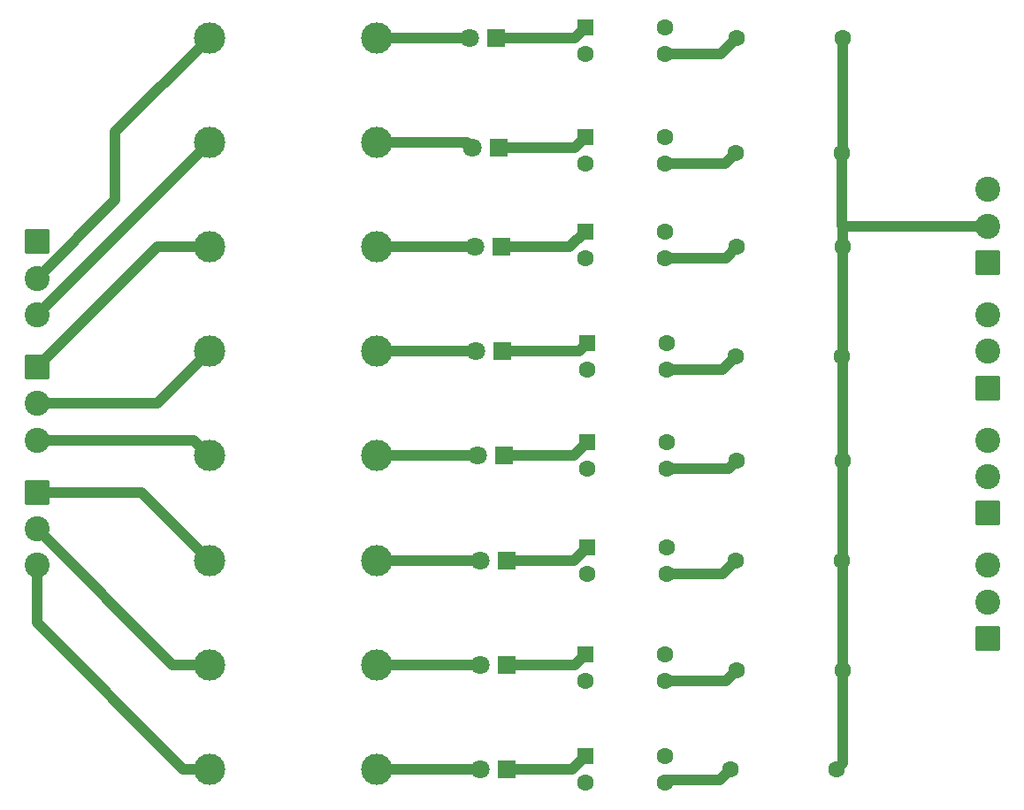
<source format=gbr>
%TF.GenerationSoftware,KiCad,Pcbnew,9.0.4-9.0.4-0~ubuntu24.04.1*%
%TF.CreationDate,2025-09-30T20:45:26-06:00*%
%TF.ProjectId,Interfaz_digital,496e7465-7266-4617-9a5f-646967697461,rev?*%
%TF.SameCoordinates,Original*%
%TF.FileFunction,Copper,L1,Top*%
%TF.FilePolarity,Positive*%
%FSLAX46Y46*%
G04 Gerber Fmt 4.6, Leading zero omitted, Abs format (unit mm)*
G04 Created by KiCad (PCBNEW 9.0.4-9.0.4-0~ubuntu24.04.1) date 2025-09-30 20:45:26*
%MOMM*%
%LPD*%
G01*
G04 APERTURE LIST*
G04 Aperture macros list*
%AMRoundRect*
0 Rectangle with rounded corners*
0 $1 Rounding radius*
0 $2 $3 $4 $5 $6 $7 $8 $9 X,Y pos of 4 corners*
0 Add a 4 corners polygon primitive as box body*
4,1,4,$2,$3,$4,$5,$6,$7,$8,$9,$2,$3,0*
0 Add four circle primitives for the rounded corners*
1,1,$1+$1,$2,$3*
1,1,$1+$1,$4,$5*
1,1,$1+$1,$6,$7*
1,1,$1+$1,$8,$9*
0 Add four rect primitives between the rounded corners*
20,1,$1+$1,$2,$3,$4,$5,0*
20,1,$1+$1,$4,$5,$6,$7,0*
20,1,$1+$1,$6,$7,$8,$9,0*
20,1,$1+$1,$8,$9,$2,$3,0*%
G04 Aperture macros list end*
%TA.AperFunction,ComponentPad*%
%ADD10R,1.800000X1.800000*%
%TD*%
%TA.AperFunction,ComponentPad*%
%ADD11C,1.800000*%
%TD*%
%TA.AperFunction,ComponentPad*%
%ADD12RoundRect,0.250000X-0.550000X-0.550000X0.550000X-0.550000X0.550000X0.550000X-0.550000X0.550000X0*%
%TD*%
%TA.AperFunction,ComponentPad*%
%ADD13C,1.600000*%
%TD*%
%TA.AperFunction,ComponentPad*%
%ADD14C,3.000000*%
%TD*%
%TA.AperFunction,ComponentPad*%
%ADD15RoundRect,0.250001X0.949999X-0.949999X0.949999X0.949999X-0.949999X0.949999X-0.949999X-0.949999X0*%
%TD*%
%TA.AperFunction,ComponentPad*%
%ADD16C,2.400000*%
%TD*%
%TA.AperFunction,ComponentPad*%
%ADD17RoundRect,0.250001X-0.949999X0.949999X-0.949999X-0.949999X0.949999X-0.949999X0.949999X0.949999X0*%
%TD*%
%TA.AperFunction,Conductor*%
%ADD18C,1.000000*%
%TD*%
G04 APERTURE END LIST*
D10*
%TO.P,D7,1,K*%
%TO.N,Net-(D7-K)*%
X172500000Y-115000000D03*
D11*
%TO.P,D7,2,A*%
%TO.N,Net-(D7-A)*%
X169960000Y-115000000D03*
%TD*%
D12*
%TO.P,U4,1*%
%TO.N,Net-(D4-K)*%
X180195000Y-84225000D03*
D13*
%TO.P,U4,2*%
%TO.N,Net-(J0_1-Pin_1)*%
X180195000Y-86765000D03*
%TO.P,U4,3*%
%TO.N,Net-(J9_2-Pin_1)*%
X187815000Y-86765000D03*
%TO.P,U4,4*%
%TO.N,Net-(J9_1-Pin_3)*%
X187815000Y-84225000D03*
%TD*%
D12*
%TO.P,U1,1*%
%TO.N,Net-(D1-K)*%
X180000000Y-53960000D03*
D13*
%TO.P,U1,2*%
%TO.N,Net-(J0_1-Pin_1)*%
X180000000Y-56500000D03*
%TO.P,U1,3*%
%TO.N,Net-(J9_1-Pin_1)*%
X187620000Y-56500000D03*
%TO.P,U1,4*%
%TO.N,Net-(J9_1-Pin_3)*%
X187620000Y-53960000D03*
%TD*%
D10*
%TO.P,D2,1,K*%
%TO.N,Net-(D2-K)*%
X171730000Y-65500000D03*
D11*
%TO.P,D2,2,A*%
%TO.N,Net-(D2-A)*%
X169190000Y-65500000D03*
%TD*%
D13*
%TO.P,R6,1*%
%TO.N,Net-(J9_3-Pin_2)*%
X194420000Y-105000000D03*
%TO.P,R6,2*%
%TO.N,Net-(J9_1-Pin_2)*%
X204580000Y-105000000D03*
%TD*%
D14*
%TO.P,J2-1,1,Pin_1*%
%TO.N,Net-(J0_1-Pin_3)*%
X144000000Y-65000000D03*
%TD*%
%TO.P,J6-1,1,Pin_1*%
%TO.N,Net-(J0_3-Pin_1)*%
X144000000Y-105000000D03*
%TD*%
D13*
%TO.P,R1,1*%
%TO.N,Net-(J9_1-Pin_1)*%
X194500000Y-55000000D03*
%TO.P,R1,2*%
%TO.N,Net-(J9_1-Pin_2)*%
X204660000Y-55000000D03*
%TD*%
D15*
%TO.P,J9_2,1,Pin_1*%
%TO.N,Net-(J9_2-Pin_1)*%
X218500000Y-88500000D03*
D16*
%TO.P,J9_2,2,Pin_2*%
%TO.N,Net-(J9_2-Pin_2)*%
X218500000Y-85000000D03*
%TO.P,J9_2,3,Pin_3*%
%TO.N,Net-(J9_2-Pin_3)*%
X218500000Y-81500000D03*
%TD*%
D14*
%TO.P,J7-1,1,Pin_1*%
%TO.N,Net-(J0_3-Pin_2)*%
X144000000Y-115000000D03*
%TD*%
D10*
%TO.P,D5,1,K*%
%TO.N,Net-(D5-K)*%
X172230000Y-95000000D03*
D11*
%TO.P,D5,2,A*%
%TO.N,Net-(D5-A)*%
X169690000Y-95000000D03*
%TD*%
D15*
%TO.P,J9_4,1,Pin_1*%
%TO.N,unconnected-(J9_4-Pin_1-Pad1)*%
X218500000Y-112500000D03*
D16*
%TO.P,J9_4,2,Pin_2*%
%TO.N,unconnected-(J9_4-Pin_2-Pad2)*%
X218500000Y-109000000D03*
%TO.P,J9_4,3,Pin_3*%
%TO.N,Net-(J9_4-Pin_3)*%
X218500000Y-105500000D03*
%TD*%
D14*
%TO.P,J8-1,1,Pin_1*%
%TO.N,Net-(J0_3-Pin_3)*%
X144000000Y-125000000D03*
%TD*%
D13*
%TO.P,R3,1*%
%TO.N,Net-(J9_2-Pin_2)*%
X194500000Y-75000000D03*
%TO.P,R3,2*%
%TO.N,Net-(J9_1-Pin_2)*%
X204660000Y-75000000D03*
%TD*%
%TO.P,R7,1*%
%TO.N,Net-(J9_3-Pin_1)*%
X194500000Y-115500000D03*
%TO.P,R7,2*%
%TO.N,Net-(J9_1-Pin_2)*%
X204660000Y-115500000D03*
%TD*%
%TO.P,R2,1*%
%TO.N,Net-(J9_2-Pin_3)*%
X194420000Y-66000000D03*
%TO.P,R2,2*%
%TO.N,Net-(J9_1-Pin_2)*%
X204580000Y-66000000D03*
%TD*%
D15*
%TO.P,J9_1,1,Pin_1*%
%TO.N,Net-(J9_1-Pin_1)*%
X218500000Y-76500000D03*
D16*
%TO.P,J9_1,2,Pin_2*%
%TO.N,Net-(J9_1-Pin_2)*%
X218500000Y-73000000D03*
%TO.P,J9_1,3,Pin_3*%
%TO.N,Net-(J9_1-Pin_3)*%
X218500000Y-69500000D03*
%TD*%
D17*
%TO.P,J0_3,1,Pin_1*%
%TO.N,Net-(J0_3-Pin_1)*%
X127500000Y-98500000D03*
D16*
%TO.P,J0_3,2,Pin_2*%
%TO.N,Net-(J0_3-Pin_2)*%
X127500000Y-102000000D03*
%TO.P,J0_3,3,Pin_3*%
%TO.N,Net-(J0_3-Pin_3)*%
X127500000Y-105500000D03*
%TD*%
D14*
%TO.P,J4-2,1,Pin_1*%
%TO.N,Net-(D4-A)*%
X160000000Y-85000000D03*
%TD*%
D13*
%TO.P,R5,1*%
%TO.N,Net-(J9_3-Pin_3)*%
X194500000Y-95500000D03*
%TO.P,R5,2*%
%TO.N,Net-(J9_1-Pin_2)*%
X204660000Y-95500000D03*
%TD*%
%TO.P,R4,1*%
%TO.N,Net-(J9_2-Pin_1)*%
X194420000Y-85500000D03*
%TO.P,R4,2*%
%TO.N,Net-(J9_1-Pin_2)*%
X204580000Y-85500000D03*
%TD*%
%TO.P,R8,1*%
%TO.N,Net-(J9_4-Pin_3)*%
X193920000Y-125000000D03*
%TO.P,R8,2*%
%TO.N,Net-(J9_1-Pin_2)*%
X204080000Y-125000000D03*
%TD*%
D17*
%TO.P,J0_1,1,Pin_1*%
%TO.N,Net-(J0_1-Pin_1)*%
X127500000Y-74500000D03*
D16*
%TO.P,J0_1,2,Pin_2*%
%TO.N,Net-(J0_1-Pin_2)*%
X127500000Y-78000000D03*
%TO.P,J0_1,3,Pin_3*%
%TO.N,Net-(J0_1-Pin_3)*%
X127500000Y-81500000D03*
%TD*%
D12*
%TO.P,U2,1*%
%TO.N,Net-(D2-K)*%
X180000000Y-64460000D03*
D13*
%TO.P,U2,2*%
%TO.N,Net-(J0_1-Pin_1)*%
X180000000Y-67000000D03*
%TO.P,U2,3*%
%TO.N,Net-(J9_2-Pin_3)*%
X187620000Y-67000000D03*
%TO.P,U2,4*%
%TO.N,Net-(J9_1-Pin_3)*%
X187620000Y-64460000D03*
%TD*%
D14*
%TO.P,J2-2,1,Pin_1*%
%TO.N,Net-(D2-A)*%
X160000000Y-65000000D03*
%TD*%
D10*
%TO.P,D3,1,K*%
%TO.N,Net-(D3-K)*%
X172000000Y-75000000D03*
D11*
%TO.P,D3,2,A*%
%TO.N,Net-(D3-A)*%
X169460000Y-75000000D03*
%TD*%
D14*
%TO.P,J6-2,1,Pin_1*%
%TO.N,Net-(D6-A)*%
X160000000Y-105000000D03*
%TD*%
D12*
%TO.P,U5,1*%
%TO.N,Net-(D5-K)*%
X180195000Y-93725000D03*
D13*
%TO.P,U5,2*%
%TO.N,Net-(J0_1-Pin_1)*%
X180195000Y-96265000D03*
%TO.P,U5,3*%
%TO.N,Net-(J9_3-Pin_3)*%
X187815000Y-96265000D03*
%TO.P,U5,4*%
%TO.N,Net-(J9_1-Pin_3)*%
X187815000Y-93725000D03*
%TD*%
D12*
%TO.P,U8,1*%
%TO.N,Net-(D8-K)*%
X180000000Y-123725000D03*
D13*
%TO.P,U8,2*%
%TO.N,Net-(J0_1-Pin_1)*%
X180000000Y-126265000D03*
%TO.P,U8,3*%
%TO.N,Net-(J9_4-Pin_3)*%
X187620000Y-126265000D03*
%TO.P,U8,4*%
%TO.N,Net-(J9_1-Pin_3)*%
X187620000Y-123725000D03*
%TD*%
D14*
%TO.P,J8-2,1,Pin_1*%
%TO.N,Net-(D8-A)*%
X160000000Y-125000000D03*
%TD*%
%TO.P,J4-1,1,Pin_1*%
%TO.N,Net-(J0_2-Pin_2)*%
X144000000Y-85000000D03*
%TD*%
%TO.P,J5-2,1,Pin_1*%
%TO.N,Net-(D5-A)*%
X160000000Y-95000000D03*
%TD*%
D12*
%TO.P,U7,1*%
%TO.N,Net-(D7-K)*%
X180000000Y-114000000D03*
D13*
%TO.P,U7,2*%
%TO.N,Net-(J0_1-Pin_1)*%
X180000000Y-116540000D03*
%TO.P,U7,3*%
%TO.N,Net-(J9_3-Pin_1)*%
X187620000Y-116540000D03*
%TO.P,U7,4*%
%TO.N,Net-(J9_1-Pin_3)*%
X187620000Y-114000000D03*
%TD*%
D12*
%TO.P,U3,1*%
%TO.N,Net-(D3-K)*%
X180000000Y-73500000D03*
D13*
%TO.P,U3,2*%
%TO.N,Net-(J0_1-Pin_1)*%
X180000000Y-76040000D03*
%TO.P,U3,3*%
%TO.N,Net-(J9_2-Pin_2)*%
X187620000Y-76040000D03*
%TO.P,U3,4*%
%TO.N,Net-(J9_1-Pin_3)*%
X187620000Y-73500000D03*
%TD*%
D10*
%TO.P,D4,1,K*%
%TO.N,Net-(D4-K)*%
X172040000Y-85000000D03*
D11*
%TO.P,D4,2,A*%
%TO.N,Net-(D4-A)*%
X169500000Y-85000000D03*
%TD*%
D10*
%TO.P,D6,1,K*%
%TO.N,Net-(D6-K)*%
X172500000Y-105000000D03*
D11*
%TO.P,D6,2,A*%
%TO.N,Net-(D6-A)*%
X169960000Y-105000000D03*
%TD*%
D14*
%TO.P,J7-2,1,Pin_1*%
%TO.N,Net-(D7-A)*%
X160000000Y-115000000D03*
%TD*%
D10*
%TO.P,D8,1,K*%
%TO.N,Net-(D8-K)*%
X172500000Y-125000000D03*
D11*
%TO.P,D8,2,A*%
%TO.N,Net-(D8-A)*%
X169960000Y-125000000D03*
%TD*%
D17*
%TO.P,J0_2,1,Pin_1*%
%TO.N,Net-(J0_2-Pin_1)*%
X127500000Y-86500000D03*
D16*
%TO.P,J0_2,2,Pin_2*%
%TO.N,Net-(J0_2-Pin_2)*%
X127500000Y-90000000D03*
%TO.P,J0_2,3,Pin_3*%
%TO.N,Net-(J0_2-Pin_3)*%
X127500000Y-93500000D03*
%TD*%
D15*
%TO.P,J9_3,1,Pin_1*%
%TO.N,Net-(J9_3-Pin_1)*%
X218500000Y-100500000D03*
D16*
%TO.P,J9_3,2,Pin_2*%
%TO.N,Net-(J9_3-Pin_2)*%
X218500000Y-97000000D03*
%TO.P,J9_3,3,Pin_3*%
%TO.N,Net-(J9_3-Pin_3)*%
X218500000Y-93500000D03*
%TD*%
D10*
%TO.P,D1,1,K*%
%TO.N,Net-(D1-K)*%
X171500000Y-55000000D03*
D11*
%TO.P,D1,2,A*%
%TO.N,Net-(D1-A)*%
X168960000Y-55000000D03*
%TD*%
D14*
%TO.P,J5-1,1,Pin_1*%
%TO.N,Net-(J0_2-Pin_3)*%
X144000000Y-95000000D03*
%TD*%
%TO.P,J1-2,1,Pin_1*%
%TO.N,Net-(D1-A)*%
X160000000Y-55000000D03*
%TD*%
%TO.P,J3-1,1,Pin_1*%
%TO.N,Net-(J0_2-Pin_1)*%
X144000000Y-75000000D03*
%TD*%
%TO.P,J1-1,1,Pin_1*%
%TO.N,Net-(J0_1-Pin_2)*%
X144000000Y-55000000D03*
%TD*%
%TO.P,J3-2,1,Pin_1*%
%TO.N,Net-(D3-A)*%
X160000000Y-75000000D03*
%TD*%
D12*
%TO.P,U6,1*%
%TO.N,Net-(D6-K)*%
X180195000Y-103725000D03*
D13*
%TO.P,U6,2*%
%TO.N,Net-(J0_1-Pin_1)*%
X180195000Y-106265000D03*
%TO.P,U6,3*%
%TO.N,Net-(J9_3-Pin_2)*%
X187815000Y-106265000D03*
%TO.P,U6,4*%
%TO.N,Net-(J9_1-Pin_3)*%
X187815000Y-103725000D03*
%TD*%
D18*
%TO.N,Net-(J0_1-Pin_2)*%
X144000000Y-55000000D02*
X135000000Y-64000000D01*
X135000000Y-64000000D02*
X135000000Y-70500000D01*
X135000000Y-70500000D02*
X127500000Y-78000000D01*
%TO.N,Net-(J0_3-Pin_3)*%
X127500000Y-105500000D02*
X127500000Y-111000000D01*
X127500000Y-111000000D02*
X141500000Y-125000000D01*
X141500000Y-125000000D02*
X144000000Y-125000000D01*
%TO.N,Net-(J9_4-Pin_3)*%
X187620000Y-126265000D02*
X187885000Y-126000000D01*
X187885000Y-126000000D02*
X192920000Y-126000000D01*
X192920000Y-126000000D02*
X193920000Y-125000000D01*
%TO.N,Net-(J9_2-Pin_3)*%
X187620000Y-67000000D02*
X193420000Y-67000000D01*
X193420000Y-67000000D02*
X194420000Y-66000000D01*
%TO.N,Net-(J9_1-Pin_1)*%
X187620000Y-56500000D02*
X193000000Y-56500000D01*
X193000000Y-56500000D02*
X194500000Y-55000000D01*
%TO.N,Net-(D3-K)*%
X172000000Y-75000000D02*
X178500000Y-75000000D01*
X178500000Y-75000000D02*
X180000000Y-73500000D01*
%TO.N,Net-(D8-K)*%
X172500000Y-125000000D02*
X178725000Y-125000000D01*
X178725000Y-125000000D02*
X180000000Y-123725000D01*
%TO.N,Net-(D7-K)*%
X172500000Y-115000000D02*
X179000000Y-115000000D01*
X179000000Y-115000000D02*
X180000000Y-114000000D01*
%TO.N,Net-(D6-K)*%
X172500000Y-105000000D02*
X178920000Y-105000000D01*
X178920000Y-105000000D02*
X180195000Y-103725000D01*
%TO.N,Net-(D2-K)*%
X171730000Y-65500000D02*
X178960000Y-65500000D01*
X178960000Y-65500000D02*
X180000000Y-64460000D01*
%TO.N,Net-(J9_3-Pin_2)*%
X193155000Y-106265000D02*
X194420000Y-105000000D01*
X187815000Y-106265000D02*
X193155000Y-106265000D01*
%TO.N,Net-(J9_3-Pin_3)*%
X193735000Y-96265000D02*
X194500000Y-95500000D01*
X187815000Y-96265000D02*
X193735000Y-96265000D01*
%TO.N,Net-(J9_3-Pin_1)*%
X193460000Y-116540000D02*
X194500000Y-115500000D01*
X187620000Y-116540000D02*
X193460000Y-116540000D01*
%TO.N,Net-(J9_2-Pin_1)*%
X193155000Y-86765000D02*
X194420000Y-85500000D01*
X187815000Y-86765000D02*
X193155000Y-86765000D01*
%TO.N,Net-(J9_2-Pin_2)*%
X193460000Y-76040000D02*
X194500000Y-75000000D01*
X187620000Y-76040000D02*
X193460000Y-76040000D01*
%TO.N,Net-(J9_1-Pin_2)*%
X204660000Y-65920000D02*
X204580000Y-66000000D01*
X204660000Y-55000000D02*
X204660000Y-65920000D01*
X204660000Y-85420000D02*
X204580000Y-85500000D01*
X204660000Y-75000000D02*
X204660000Y-85420000D01*
X204660000Y-85580000D02*
X204660000Y-95500000D01*
X204580000Y-85500000D02*
X204660000Y-85580000D01*
X204660000Y-104920000D02*
X204580000Y-105000000D01*
X204660000Y-95500000D02*
X204660000Y-104920000D01*
X204660000Y-105080000D02*
X204660000Y-115500000D01*
X204580000Y-105000000D02*
X204660000Y-105080000D01*
X204660000Y-124420000D02*
X204080000Y-125000000D01*
X204660000Y-115500000D02*
X204660000Y-124420000D01*
X218500000Y-73000000D02*
X204660000Y-73000000D01*
X204580000Y-72920000D02*
X204580000Y-66000000D01*
X204660000Y-73000000D02*
X204580000Y-72920000D01*
X204660000Y-73000000D02*
X204660000Y-75000000D01*
%TO.N,Net-(J0_3-Pin_1)*%
X137500000Y-98500000D02*
X144000000Y-105000000D01*
X127500000Y-98500000D02*
X137500000Y-98500000D01*
%TO.N,Net-(J0_3-Pin_2)*%
X140500000Y-115000000D02*
X127500000Y-102000000D01*
X144000000Y-115000000D02*
X140500000Y-115000000D01*
%TO.N,Net-(J0_2-Pin_1)*%
X139000000Y-75000000D02*
X127500000Y-86500000D01*
X144000000Y-75000000D02*
X139000000Y-75000000D01*
%TO.N,Net-(J0_2-Pin_2)*%
X139000000Y-90000000D02*
X144000000Y-85000000D01*
X127500000Y-90000000D02*
X139000000Y-90000000D01*
%TO.N,Net-(J0_2-Pin_3)*%
X142500000Y-93500000D02*
X144000000Y-95000000D01*
X127500000Y-93500000D02*
X142500000Y-93500000D01*
%TO.N,Net-(J0_1-Pin_3)*%
X127500000Y-81500000D02*
X144000000Y-65000000D01*
%TO.N,Net-(D8-A)*%
X160000000Y-125000000D02*
X169960000Y-125000000D01*
%TO.N,Net-(D7-A)*%
X160000000Y-115000000D02*
X169960000Y-115000000D01*
%TO.N,Net-(D6-A)*%
X160000000Y-105000000D02*
X169960000Y-105000000D01*
%TO.N,Net-(D5-A)*%
X160000000Y-95000000D02*
X169690000Y-95000000D01*
%TO.N,Net-(D5-K)*%
X172230000Y-95000000D02*
X173831700Y-95000000D01*
X178920000Y-95000000D02*
X180195000Y-93725000D01*
X173831700Y-95000000D02*
X178920000Y-95000000D01*
%TO.N,Net-(D4-K)*%
X179420000Y-85000000D02*
X180195000Y-84225000D01*
X172040000Y-85000000D02*
X179420000Y-85000000D01*
%TO.N,Net-(D4-A)*%
X160000000Y-85000000D02*
X169500000Y-85000000D01*
%TO.N,Net-(D3-A)*%
X160000000Y-75000000D02*
X169460000Y-75000000D01*
%TO.N,Net-(D2-A)*%
X168690000Y-65000000D02*
X169190000Y-65500000D01*
X160000000Y-65000000D02*
X168690000Y-65000000D01*
%TO.N,Net-(D1-K)*%
X171500000Y-55000000D02*
X173101700Y-55000000D01*
X178960000Y-55000000D02*
X180000000Y-53960000D01*
X173101700Y-55000000D02*
X178960000Y-55000000D01*
%TO.N,Net-(D1-A)*%
X160000000Y-55000000D02*
X168960000Y-55000000D01*
%TD*%
M02*

</source>
